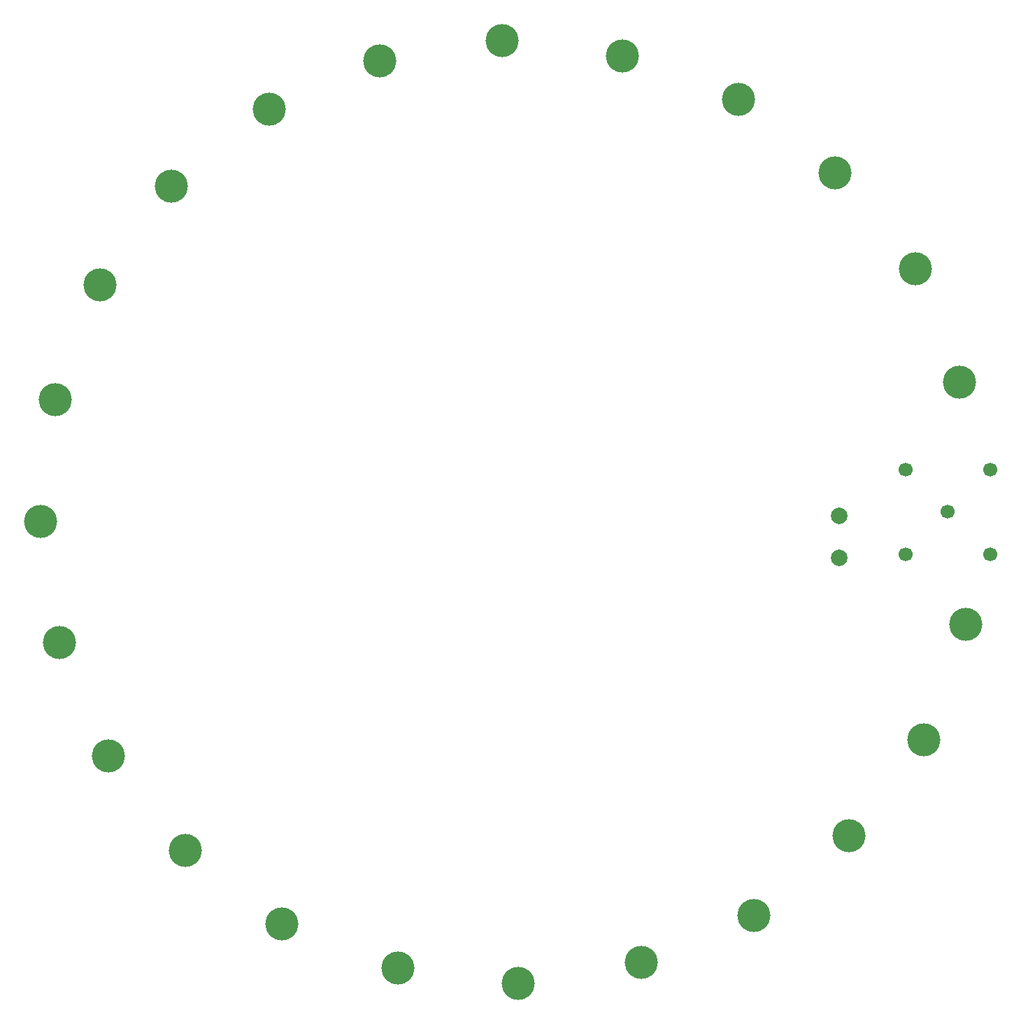
<source format=gbr>
%TF.GenerationSoftware,Altium Limited,Altium Designer,21.0.9 (235)*%
G04 Layer_Color=0*
%FSLAX45Y45*%
%MOMM*%
%TF.SameCoordinates,F7A25A3E-D5AF-42C8-93B9-E033C83BC228*%
%TF.FilePolarity,Positive*%
%TF.FileFunction,Plated,1,2,PTH,Drill*%
%TF.Part,Single*%
G01*
G75*
%TA.AperFunction,OtherDrill,Pad Free-11 (41.016mm,-39.207mm)*%
%ADD26C,4.00000*%
%TA.AperFunction,OtherDrill,Pad Free-11 (15.849mm,-54.514mm)*%
%ADD27C,4.00000*%
%TA.AperFunction,OtherDrill,Pad Free-11 (-13.591mm,-55.166mm)*%
%ADD28C,4.00000*%
%TA.AperFunction,OtherDrill,Pad Free-11 (-39.353mm,-40.98mm)*%
%ADD29C,4.00000*%
%TA.AperFunction,OtherDrill,Pad Free-11 (-54.542mm,-15.773mm)*%
%ADD30C,4.00000*%
%TA.AperFunction,OtherDrill,Pad Free-11 (-55.064mm,13.557mm)*%
%ADD31C,4.00000*%
%TA.AperFunction,OtherDrill,Pad Free-11 (-40.98mm,39.353mm)*%
%ADD32C,4.00000*%
%TA.AperFunction,OtherDrill,Pad Free-11 (-15.813mm,54.571mm)*%
%ADD33C,4.00000*%
%TA.AperFunction,OtherDrill,Pad Free-11 (13.591mm,55.166mm)*%
%ADD34C,4.00000*%
%TA.AperFunction,OtherDrill,Pad Free-11 (39.353mm,40.98mm)*%
%ADD35C,4.00000*%
%TA.AperFunction,OtherDrill,Pad Free-11 (54.42mm,15.729mm)*%
%ADD36C,4.00000*%
%TA.AperFunction,OtherDrill,Pad Free-11 (55.166mm,-13.591mm)*%
%ADD37C,4.00000*%
%TA.AperFunction,OtherDrill,Pad Free-2 (39.825mm,-0.46mm)*%
%ADD38C,2.00000*%
%TA.AperFunction,OtherDrill,Pad Free-1 (39.825mm,-5.54mm)*%
%ADD39C,2.00000*%
%TA.AperFunction,OtherDrill,Pad Free-11 (27.634mm,49.863mm)*%
%ADD40C,4.00000*%
%TA.AperFunction,OtherDrill,Pad Free-11 (49.059mm,29.436mm)*%
%ADD41C,4.00000*%
%TA.AperFunction,OtherDrill,Pad Free-11 (50.059mm,-27.564mm)*%
%ADD42C,4.00000*%
%TA.AperFunction,OtherDrill,Pad Free-11 (29.562mm,-48.793mm)*%
%ADD43C,4.00000*%
%TA.AperFunction,OtherDrill,Pad Free-11 (1mm,-57mm)*%
%ADD44C,4.00000*%
%TA.AperFunction,OtherDrill,Pad Free-11 (-27.634mm,-49.863mm)*%
%ADD45C,4.00000*%
%TA.AperFunction,OtherDrill,Pad Free-11 (-48.667mm,-29.516mm)*%
%ADD46C,4.00000*%
%TA.AperFunction,OtherDrill,Pad Free-11 (-56.804mm,-1.15mm)*%
%ADD47C,4.00000*%
%TA.AperFunction,OtherDrill,Pad Free-11 (-49.667mm,27.484mm)*%
%ADD48C,4.00000*%
%TA.AperFunction,OtherDrill,Pad Free-11 (-29.17mm,48.713mm)*%
%ADD49C,4.00000*%
%TA.AperFunction,OtherDrill,Pad Free-11 (-1mm,57mm)*%
%ADD50C,4.00000*%
%TA.AperFunction,ComponentDrill*%
%ADD51C,1.70000*%
D26*
X4101582Y-3920697D02*
D03*
D27*
X1584894Y-5451377D02*
D03*
D28*
X-1359107Y-5516614D02*
D03*
D29*
X-3935328Y-4097974D02*
D03*
D30*
X-5454211Y-1577279D02*
D03*
D31*
X-5506367Y1355736D02*
D03*
D32*
X-4097974Y3935328D02*
D03*
D33*
X-1581286Y5457081D02*
D03*
D34*
X1359107Y5516614D02*
D03*
D35*
X3935328Y4097975D02*
D03*
D36*
X5441988Y1572866D02*
D03*
D37*
X5516614Y-1359107D02*
D03*
D38*
X3982500Y-46000D02*
D03*
D39*
Y-554000D02*
D03*
D40*
X2763397Y4986345D02*
D03*
D41*
X4905943Y2943615D02*
D03*
D42*
X5005943Y-2756385D02*
D03*
D43*
X2956201Y-4879332D02*
D03*
D44*
X100000Y-5700000D02*
D03*
D45*
X-2763397Y-4986345D02*
D03*
D46*
X-4866747Y-2951611D02*
D03*
D47*
X-5680402Y-115008D02*
D03*
D48*
X-4966747Y2748389D02*
D03*
D49*
X-2917005Y4871337D02*
D03*
D50*
X-100000Y5700000D02*
D03*
D51*
X5810000Y-510000D02*
D03*
Y510000D02*
D03*
X4790000D02*
D03*
Y-510000D02*
D03*
X5300000Y0D02*
D03*
%TF.MD5,81da230522af9004452602daf5a12ae7*%
M02*

</source>
